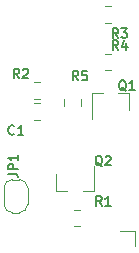
<source format=gbr>
%TF.GenerationSoftware,KiCad,Pcbnew,5.1.8*%
%TF.CreationDate,2020-12-26T21:24:44+01:00*%
%TF.ProjectId,kenwood-trrs,6b656e77-6f6f-4642-9d74-7272732e6b69,rev?*%
%TF.SameCoordinates,Original*%
%TF.FileFunction,Legend,Top*%
%TF.FilePolarity,Positive*%
%FSLAX46Y46*%
G04 Gerber Fmt 4.6, Leading zero omitted, Abs format (unit mm)*
G04 Created by KiCad (PCBNEW 5.1.8) date 2020-12-26 21:24:44*
%MOMM*%
%LPD*%
G01*
G04 APERTURE LIST*
%ADD10C,0.120000*%
%ADD11C,0.150000*%
G04 APERTURE END LIST*
D10*
%TO.C,JP1*%
X148200000Y-90850000D02*
X148200000Y-89450000D01*
X148900000Y-88750000D02*
X149500000Y-88750000D01*
X150200000Y-89450000D02*
X150200000Y-90850000D01*
X149500000Y-91550000D02*
X148900000Y-91550000D01*
X148900000Y-91550000D02*
G75*
G02*
X148200000Y-90850000I0J700000D01*
G01*
X150200000Y-90850000D02*
G75*
G02*
X149500000Y-91550000I-700000J0D01*
G01*
X149500000Y-88750000D02*
G75*
G02*
X150200000Y-89450000I0J-700000D01*
G01*
X148200000Y-89450000D02*
G75*
G02*
X148900000Y-88750000I700000J0D01*
G01*
%TO.C,J1*%
X159330000Y-93070000D02*
X159330000Y-94400000D01*
X158000000Y-93070000D02*
X159330000Y-93070000D01*
%TO.C,Q2*%
X152620000Y-89760000D02*
X152620000Y-88300000D01*
X155780000Y-89760000D02*
X155780000Y-87600000D01*
X155780000Y-89760000D02*
X154850000Y-89760000D01*
X152620000Y-89760000D02*
X153550000Y-89760000D01*
%TO.C,Q1*%
X158780000Y-81440000D02*
X158780000Y-82900000D01*
X155620000Y-81440000D02*
X155620000Y-83600000D01*
X155620000Y-81440000D02*
X156550000Y-81440000D01*
X158780000Y-81440000D02*
X157850000Y-81440000D01*
%TO.C,R5*%
X153290000Y-81963748D02*
X153290000Y-82486252D01*
X154710000Y-81963748D02*
X154710000Y-82486252D01*
%TO.C,R4*%
X157286252Y-78090000D02*
X156763748Y-78090000D01*
X157286252Y-79510000D02*
X156763748Y-79510000D01*
%TO.C,R3*%
X157286252Y-74090000D02*
X156763748Y-74090000D01*
X157286252Y-75510000D02*
X156763748Y-75510000D01*
%TO.C,R2*%
X150763748Y-81910000D02*
X151286252Y-81910000D01*
X150763748Y-80490000D02*
X151286252Y-80490000D01*
%TO.C,R1*%
X154138748Y-92710000D02*
X154661252Y-92710000D01*
X154138748Y-91290000D02*
X154661252Y-91290000D01*
%TO.C,C1*%
X150738748Y-83710000D02*
X151261252Y-83710000D01*
X150738748Y-82290000D02*
X151261252Y-82290000D01*
%TO.C,JP1*%
D11*
X148561904Y-88266666D02*
X149133333Y-88266666D01*
X149247619Y-88304761D01*
X149323809Y-88380952D01*
X149361904Y-88495238D01*
X149361904Y-88571428D01*
X149361904Y-87885714D02*
X148561904Y-87885714D01*
X148561904Y-87580952D01*
X148600000Y-87504761D01*
X148638095Y-87466666D01*
X148714285Y-87428571D01*
X148828571Y-87428571D01*
X148904761Y-87466666D01*
X148942857Y-87504761D01*
X148980952Y-87580952D01*
X148980952Y-87885714D01*
X149361904Y-86666666D02*
X149361904Y-87123809D01*
X149361904Y-86895238D02*
X148561904Y-86895238D01*
X148676190Y-86971428D01*
X148752380Y-87047619D01*
X148790476Y-87123809D01*
%TO.C,Q2*%
X156523809Y-87638095D02*
X156447619Y-87600000D01*
X156371428Y-87523809D01*
X156257142Y-87409523D01*
X156180952Y-87371428D01*
X156104761Y-87371428D01*
X156142857Y-87561904D02*
X156066666Y-87523809D01*
X155990476Y-87447619D01*
X155952380Y-87295238D01*
X155952380Y-87028571D01*
X155990476Y-86876190D01*
X156066666Y-86800000D01*
X156142857Y-86761904D01*
X156295238Y-86761904D01*
X156371428Y-86800000D01*
X156447619Y-86876190D01*
X156485714Y-87028571D01*
X156485714Y-87295238D01*
X156447619Y-87447619D01*
X156371428Y-87523809D01*
X156295238Y-87561904D01*
X156142857Y-87561904D01*
X156790476Y-86838095D02*
X156828571Y-86800000D01*
X156904761Y-86761904D01*
X157095238Y-86761904D01*
X157171428Y-86800000D01*
X157209523Y-86838095D01*
X157247619Y-86914285D01*
X157247619Y-86990476D01*
X157209523Y-87104761D01*
X156752380Y-87561904D01*
X157247619Y-87561904D01*
%TO.C,Q1*%
X158523809Y-81238095D02*
X158447619Y-81200000D01*
X158371428Y-81123809D01*
X158257142Y-81009523D01*
X158180952Y-80971428D01*
X158104761Y-80971428D01*
X158142857Y-81161904D02*
X158066666Y-81123809D01*
X157990476Y-81047619D01*
X157952380Y-80895238D01*
X157952380Y-80628571D01*
X157990476Y-80476190D01*
X158066666Y-80400000D01*
X158142857Y-80361904D01*
X158295238Y-80361904D01*
X158371428Y-80400000D01*
X158447619Y-80476190D01*
X158485714Y-80628571D01*
X158485714Y-80895238D01*
X158447619Y-81047619D01*
X158371428Y-81123809D01*
X158295238Y-81161904D01*
X158142857Y-81161904D01*
X159247619Y-81161904D02*
X158790476Y-81161904D01*
X159019047Y-81161904D02*
X159019047Y-80361904D01*
X158942857Y-80476190D01*
X158866666Y-80552380D01*
X158790476Y-80590476D01*
%TO.C,R5*%
X154466666Y-80361904D02*
X154200000Y-79980952D01*
X154009523Y-80361904D02*
X154009523Y-79561904D01*
X154314285Y-79561904D01*
X154390476Y-79600000D01*
X154428571Y-79638095D01*
X154466666Y-79714285D01*
X154466666Y-79828571D01*
X154428571Y-79904761D01*
X154390476Y-79942857D01*
X154314285Y-79980952D01*
X154009523Y-79980952D01*
X155190476Y-79561904D02*
X154809523Y-79561904D01*
X154771428Y-79942857D01*
X154809523Y-79904761D01*
X154885714Y-79866666D01*
X155076190Y-79866666D01*
X155152380Y-79904761D01*
X155190476Y-79942857D01*
X155228571Y-80019047D01*
X155228571Y-80209523D01*
X155190476Y-80285714D01*
X155152380Y-80323809D01*
X155076190Y-80361904D01*
X154885714Y-80361904D01*
X154809523Y-80323809D01*
X154771428Y-80285714D01*
%TO.C,R4*%
X157866666Y-77761904D02*
X157600000Y-77380952D01*
X157409523Y-77761904D02*
X157409523Y-76961904D01*
X157714285Y-76961904D01*
X157790476Y-77000000D01*
X157828571Y-77038095D01*
X157866666Y-77114285D01*
X157866666Y-77228571D01*
X157828571Y-77304761D01*
X157790476Y-77342857D01*
X157714285Y-77380952D01*
X157409523Y-77380952D01*
X158552380Y-77228571D02*
X158552380Y-77761904D01*
X158361904Y-76923809D02*
X158171428Y-77495238D01*
X158666666Y-77495238D01*
%TO.C,R3*%
X157866666Y-76761904D02*
X157600000Y-76380952D01*
X157409523Y-76761904D02*
X157409523Y-75961904D01*
X157714285Y-75961904D01*
X157790476Y-76000000D01*
X157828571Y-76038095D01*
X157866666Y-76114285D01*
X157866666Y-76228571D01*
X157828571Y-76304761D01*
X157790476Y-76342857D01*
X157714285Y-76380952D01*
X157409523Y-76380952D01*
X158133333Y-75961904D02*
X158628571Y-75961904D01*
X158361904Y-76266666D01*
X158476190Y-76266666D01*
X158552380Y-76304761D01*
X158590476Y-76342857D01*
X158628571Y-76419047D01*
X158628571Y-76609523D01*
X158590476Y-76685714D01*
X158552380Y-76723809D01*
X158476190Y-76761904D01*
X158247619Y-76761904D01*
X158171428Y-76723809D01*
X158133333Y-76685714D01*
%TO.C,R2*%
X149466666Y-80161904D02*
X149200000Y-79780952D01*
X149009523Y-80161904D02*
X149009523Y-79361904D01*
X149314285Y-79361904D01*
X149390476Y-79400000D01*
X149428571Y-79438095D01*
X149466666Y-79514285D01*
X149466666Y-79628571D01*
X149428571Y-79704761D01*
X149390476Y-79742857D01*
X149314285Y-79780952D01*
X149009523Y-79780952D01*
X149771428Y-79438095D02*
X149809523Y-79400000D01*
X149885714Y-79361904D01*
X150076190Y-79361904D01*
X150152380Y-79400000D01*
X150190476Y-79438095D01*
X150228571Y-79514285D01*
X150228571Y-79590476D01*
X150190476Y-79704761D01*
X149733333Y-80161904D01*
X150228571Y-80161904D01*
%TO.C,R1*%
X156466666Y-90961904D02*
X156200000Y-90580952D01*
X156009523Y-90961904D02*
X156009523Y-90161904D01*
X156314285Y-90161904D01*
X156390476Y-90200000D01*
X156428571Y-90238095D01*
X156466666Y-90314285D01*
X156466666Y-90428571D01*
X156428571Y-90504761D01*
X156390476Y-90542857D01*
X156314285Y-90580952D01*
X156009523Y-90580952D01*
X157228571Y-90961904D02*
X156771428Y-90961904D01*
X157000000Y-90961904D02*
X157000000Y-90161904D01*
X156923809Y-90276190D01*
X156847619Y-90352380D01*
X156771428Y-90390476D01*
%TO.C,C1*%
X149066666Y-84885714D02*
X149028571Y-84923809D01*
X148914285Y-84961904D01*
X148838095Y-84961904D01*
X148723809Y-84923809D01*
X148647619Y-84847619D01*
X148609523Y-84771428D01*
X148571428Y-84619047D01*
X148571428Y-84504761D01*
X148609523Y-84352380D01*
X148647619Y-84276190D01*
X148723809Y-84200000D01*
X148838095Y-84161904D01*
X148914285Y-84161904D01*
X149028571Y-84200000D01*
X149066666Y-84238095D01*
X149828571Y-84961904D02*
X149371428Y-84961904D01*
X149600000Y-84961904D02*
X149600000Y-84161904D01*
X149523809Y-84276190D01*
X149447619Y-84352380D01*
X149371428Y-84390476D01*
%TD*%
M02*

</source>
